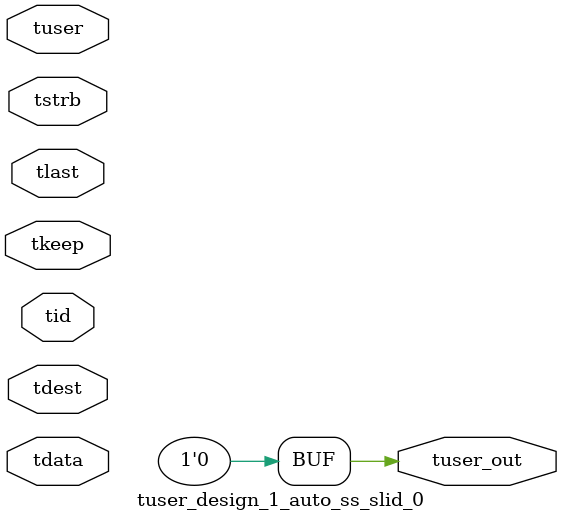
<source format=v>


`timescale 1ps/1ps

module tuser_design_1_auto_ss_slid_0 #
(
parameter C_S_AXIS_TUSER_WIDTH = 1,
parameter C_S_AXIS_TDATA_WIDTH = 32,
parameter C_S_AXIS_TID_WIDTH   = 0,
parameter C_S_AXIS_TDEST_WIDTH = 0,
parameter C_M_AXIS_TUSER_WIDTH = 1
)
(
input  [(C_S_AXIS_TUSER_WIDTH == 0 ? 1 : C_S_AXIS_TUSER_WIDTH)-1:0     ] tuser,
input  [(C_S_AXIS_TDATA_WIDTH == 0 ? 1 : C_S_AXIS_TDATA_WIDTH)-1:0     ] tdata,
input  [(C_S_AXIS_TID_WIDTH   == 0 ? 1 : C_S_AXIS_TID_WIDTH)-1:0       ] tid,
input  [(C_S_AXIS_TDEST_WIDTH == 0 ? 1 : C_S_AXIS_TDEST_WIDTH)-1:0     ] tdest,
input  [(C_S_AXIS_TDATA_WIDTH/8)-1:0 ] tkeep,
input  [(C_S_AXIS_TDATA_WIDTH/8)-1:0 ] tstrb,
input                                                                    tlast,
output [C_M_AXIS_TUSER_WIDTH-1:0] tuser_out
);

assign tuser_out = {1'b0};

endmodule


</source>
